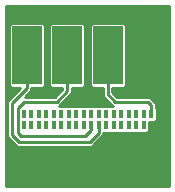
<source format=gtl>
G75*
%MOIN*%
%OFA0B0*%
%FSLAX24Y24*%
%IPPOS*%
%LPD*%
%AMOC8*
5,1,8,0,0,1.08239X$1,22.5*
%
%ADD10R,0.0150X0.0300*%
%ADD11R,0.0984X0.1969*%
%ADD12OC8,0.0650*%
%ADD13R,0.0650X0.0650*%
%ADD14C,0.0100*%
%ADD15C,0.0250*%
D10*
X000950Y002385D03*
X001200Y002385D03*
X001450Y002385D03*
X001700Y002385D03*
X001950Y002385D03*
X002200Y002385D03*
X002450Y002385D03*
X002700Y002385D03*
X002950Y002385D03*
X003200Y002385D03*
X003450Y002385D03*
X003700Y002385D03*
X003950Y002385D03*
X004200Y002385D03*
X004450Y002385D03*
X004700Y002385D03*
X004950Y002385D03*
X005200Y002385D03*
X005200Y002755D03*
X004950Y002755D03*
X004700Y002755D03*
X004450Y002755D03*
X004200Y002755D03*
X003950Y002755D03*
X003700Y002755D03*
X003450Y002755D03*
X003200Y002755D03*
X002950Y002755D03*
X002700Y002755D03*
X002450Y002755D03*
X002200Y002755D03*
X001950Y002755D03*
X001700Y002755D03*
X001450Y002755D03*
X001200Y002755D03*
X000950Y002755D03*
D11*
X001050Y004705D03*
X002400Y004705D03*
X003750Y004705D03*
X005100Y004705D03*
D12*
X004925Y005055D03*
X002225Y005055D03*
D13*
X001225Y005055D03*
X003925Y005055D03*
D14*
X000350Y006355D02*
X000350Y000355D01*
X005800Y000355D01*
X005800Y006355D01*
X000350Y006355D01*
X000350Y006312D02*
X005800Y006312D01*
X005800Y006214D02*
X000350Y006214D01*
X000350Y006115D02*
X005800Y006115D01*
X005800Y006017D02*
X000350Y006017D01*
X000350Y005918D02*
X005800Y005918D01*
X005800Y005820D02*
X000350Y005820D01*
X000350Y005721D02*
X000448Y005721D01*
X000448Y005735D02*
X000448Y003675D01*
X000512Y003611D01*
X000829Y003611D01*
X000390Y003171D01*
X000390Y001989D01*
X000484Y001895D01*
X000734Y001645D01*
X003216Y001645D01*
X003310Y001739D01*
X003610Y002039D01*
X003610Y002125D01*
X003821Y002125D01*
X003825Y002129D01*
X003829Y002125D01*
X004071Y002125D01*
X004075Y002129D01*
X004079Y002125D01*
X004321Y002125D01*
X004325Y002129D01*
X004329Y002125D01*
X004571Y002125D01*
X004575Y002129D01*
X004579Y002125D01*
X004821Y002125D01*
X004825Y002129D01*
X004829Y002125D01*
X005071Y002125D01*
X005135Y002189D01*
X005135Y002495D01*
X005321Y002495D01*
X005385Y002559D01*
X005385Y002951D01*
X005360Y002976D01*
X005360Y003121D01*
X005266Y003215D01*
X005166Y003315D01*
X004066Y003315D01*
X003910Y003471D01*
X003910Y003611D01*
X004288Y003611D01*
X004352Y003675D01*
X004352Y004677D01*
X004360Y004685D01*
X004360Y005425D01*
X004352Y005433D01*
X004352Y005735D01*
X004288Y005799D01*
X003212Y005799D01*
X003148Y005735D01*
X003148Y003675D01*
X003212Y003611D01*
X003590Y003611D01*
X003590Y003339D01*
X003840Y003089D01*
X003914Y003015D01*
X003829Y003015D01*
X003825Y003011D01*
X003821Y003015D01*
X003579Y003015D01*
X003575Y003011D01*
X003571Y003015D01*
X003329Y003015D01*
X003325Y003011D01*
X003321Y003015D01*
X003079Y003015D01*
X003075Y003011D01*
X003071Y003015D01*
X002829Y003015D01*
X002825Y003011D01*
X002821Y003015D01*
X002579Y003015D01*
X002575Y003011D01*
X002571Y003015D01*
X002329Y003015D01*
X002325Y003011D01*
X002321Y003015D01*
X002136Y003015D01*
X002466Y003345D01*
X002560Y003439D01*
X002560Y003611D01*
X002938Y003611D01*
X003002Y003675D01*
X003002Y005735D01*
X002938Y005799D01*
X001862Y005799D01*
X001798Y005735D01*
X001798Y005243D01*
X001790Y005235D01*
X001790Y004875D01*
X001798Y004867D01*
X001798Y003675D01*
X001862Y003611D01*
X002240Y003611D01*
X002240Y003571D01*
X001984Y003315D01*
X000986Y003315D01*
X001116Y003445D01*
X001210Y003539D01*
X001210Y003611D01*
X001588Y003611D01*
X001652Y003675D01*
X001652Y004677D01*
X001660Y004685D01*
X001660Y005425D01*
X001652Y005433D01*
X001652Y005735D01*
X001588Y005799D01*
X000512Y005799D01*
X000448Y005735D01*
X000448Y005623D02*
X000350Y005623D01*
X000350Y005524D02*
X000448Y005524D01*
X000448Y005426D02*
X000350Y005426D01*
X000350Y005327D02*
X000448Y005327D01*
X000448Y005229D02*
X000350Y005229D01*
X000350Y005130D02*
X000448Y005130D01*
X000448Y005032D02*
X000350Y005032D01*
X000350Y004933D02*
X000448Y004933D01*
X000448Y004835D02*
X000350Y004835D01*
X000350Y004736D02*
X000448Y004736D01*
X000448Y004638D02*
X000350Y004638D01*
X000350Y004539D02*
X000448Y004539D01*
X000448Y004441D02*
X000350Y004441D01*
X000350Y004342D02*
X000448Y004342D01*
X000448Y004244D02*
X000350Y004244D01*
X000350Y004145D02*
X000448Y004145D01*
X000448Y004047D02*
X000350Y004047D01*
X000350Y003948D02*
X000448Y003948D01*
X000448Y003850D02*
X000350Y003850D01*
X000350Y003751D02*
X000448Y003751D01*
X000471Y003653D02*
X000350Y003653D01*
X000350Y003554D02*
X000773Y003554D01*
X000674Y003456D02*
X000350Y003456D01*
X000350Y003357D02*
X000576Y003357D01*
X000477Y003259D02*
X000350Y003259D01*
X000350Y003160D02*
X000390Y003160D01*
X000390Y003062D02*
X000350Y003062D01*
X000350Y002963D02*
X000390Y002963D01*
X000390Y002865D02*
X000350Y002865D01*
X000350Y002766D02*
X000390Y002766D01*
X000390Y002668D02*
X000350Y002668D01*
X000350Y002569D02*
X000390Y002569D01*
X000390Y002471D02*
X000350Y002471D01*
X000350Y002372D02*
X000390Y002372D01*
X000390Y002274D02*
X000350Y002274D01*
X000350Y002175D02*
X000390Y002175D01*
X000390Y002077D02*
X000350Y002077D01*
X000350Y001978D02*
X000401Y001978D01*
X000350Y001880D02*
X000499Y001880D01*
X000598Y001781D02*
X000350Y001781D01*
X000350Y001683D02*
X000696Y001683D01*
X000800Y001805D02*
X000550Y002055D01*
X000550Y003105D01*
X001050Y003605D01*
X001050Y004705D01*
X001225Y004880D01*
X001225Y005055D01*
X001660Y005032D02*
X001790Y005032D01*
X001790Y005130D02*
X001660Y005130D01*
X001660Y005229D02*
X001790Y005229D01*
X001798Y005327D02*
X001660Y005327D01*
X001660Y005426D02*
X001798Y005426D01*
X001798Y005524D02*
X001652Y005524D01*
X001652Y005623D02*
X001798Y005623D01*
X001798Y005721D02*
X001652Y005721D01*
X002225Y005055D02*
X002225Y004880D01*
X002400Y004705D01*
X002400Y003505D01*
X002050Y003155D01*
X000950Y003155D01*
X000750Y002955D01*
X000750Y002105D01*
X000850Y002005D01*
X003000Y002005D01*
X003200Y002205D01*
X003200Y002385D01*
X003450Y002385D02*
X003450Y002105D01*
X003150Y001805D01*
X000800Y001805D01*
X000350Y001584D02*
X005800Y001584D01*
X005800Y001486D02*
X000350Y001486D01*
X000350Y001387D02*
X005800Y001387D01*
X005800Y001289D02*
X000350Y001289D01*
X000350Y001190D02*
X005800Y001190D01*
X005800Y001092D02*
X000350Y001092D01*
X000350Y000993D02*
X005800Y000993D01*
X005800Y000895D02*
X000350Y000895D01*
X000350Y000796D02*
X005800Y000796D01*
X005800Y000698D02*
X000350Y000698D01*
X000350Y000599D02*
X005800Y000599D01*
X005800Y000501D02*
X000350Y000501D01*
X000350Y000402D02*
X005800Y000402D01*
X005800Y001683D02*
X003254Y001683D01*
X003352Y001781D02*
X005800Y001781D01*
X005800Y001880D02*
X003451Y001880D01*
X003549Y001978D02*
X005800Y001978D01*
X005800Y002077D02*
X003610Y002077D01*
X003867Y003062D02*
X002183Y003062D01*
X002281Y003160D02*
X003769Y003160D01*
X003670Y003259D02*
X002380Y003259D01*
X002478Y003357D02*
X003590Y003357D01*
X003590Y003456D02*
X002560Y003456D01*
X002560Y003554D02*
X003590Y003554D01*
X003750Y003405D02*
X004000Y003155D01*
X005100Y003155D01*
X005200Y003055D01*
X005200Y002755D01*
X005385Y002766D02*
X005800Y002766D01*
X005800Y002865D02*
X005385Y002865D01*
X005373Y002963D02*
X005800Y002963D01*
X005800Y003062D02*
X005360Y003062D01*
X005321Y003160D02*
X005800Y003160D01*
X005800Y003259D02*
X005223Y003259D01*
X005100Y003455D02*
X005100Y004705D01*
X004925Y004880D01*
X004925Y005055D01*
X004360Y005032D02*
X005800Y005032D01*
X005800Y005130D02*
X004360Y005130D01*
X004360Y005229D02*
X005800Y005229D01*
X005800Y005327D02*
X004360Y005327D01*
X004360Y005426D02*
X005800Y005426D01*
X005800Y005524D02*
X004352Y005524D01*
X004352Y005623D02*
X005800Y005623D01*
X005800Y005721D02*
X004352Y005721D01*
X003925Y005055D02*
X003925Y004880D01*
X003750Y004705D01*
X003750Y003405D01*
X003926Y003456D02*
X005800Y003456D01*
X005800Y003357D02*
X004024Y003357D01*
X003910Y003554D02*
X005800Y003554D01*
X005800Y003653D02*
X004329Y003653D01*
X004352Y003751D02*
X005800Y003751D01*
X005800Y003850D02*
X004352Y003850D01*
X004352Y003948D02*
X005800Y003948D01*
X005800Y004047D02*
X004352Y004047D01*
X004352Y004145D02*
X005800Y004145D01*
X005800Y004244D02*
X004352Y004244D01*
X004352Y004342D02*
X005800Y004342D01*
X005800Y004441D02*
X004352Y004441D01*
X004352Y004539D02*
X005800Y004539D01*
X005800Y004638D02*
X004352Y004638D01*
X004360Y004736D02*
X005800Y004736D01*
X005800Y004835D02*
X004360Y004835D01*
X004360Y004933D02*
X005800Y004933D01*
X005800Y002668D02*
X005385Y002668D01*
X005385Y002569D02*
X005800Y002569D01*
X005800Y002471D02*
X005135Y002471D01*
X005135Y002372D02*
X005800Y002372D01*
X005800Y002274D02*
X005135Y002274D01*
X005121Y002175D02*
X005800Y002175D01*
X005500Y002305D02*
X005420Y002385D01*
X005200Y002385D01*
X003171Y003653D02*
X002979Y003653D01*
X003002Y003751D02*
X003148Y003751D01*
X003148Y003850D02*
X003002Y003850D01*
X003002Y003948D02*
X003148Y003948D01*
X003148Y004047D02*
X003002Y004047D01*
X003002Y004145D02*
X003148Y004145D01*
X003148Y004244D02*
X003002Y004244D01*
X003002Y004342D02*
X003148Y004342D01*
X003148Y004441D02*
X003002Y004441D01*
X003002Y004539D02*
X003148Y004539D01*
X003148Y004638D02*
X003002Y004638D01*
X003002Y004736D02*
X003148Y004736D01*
X003148Y004835D02*
X003002Y004835D01*
X003002Y004933D02*
X003148Y004933D01*
X003148Y005032D02*
X003002Y005032D01*
X003002Y005130D02*
X003148Y005130D01*
X003148Y005229D02*
X003002Y005229D01*
X003002Y005327D02*
X003148Y005327D01*
X003148Y005426D02*
X003002Y005426D01*
X003002Y005524D02*
X003148Y005524D01*
X003148Y005623D02*
X003002Y005623D01*
X003002Y005721D02*
X003148Y005721D01*
X001790Y004933D02*
X001660Y004933D01*
X001660Y004835D02*
X001798Y004835D01*
X001798Y004736D02*
X001660Y004736D01*
X001652Y004638D02*
X001798Y004638D01*
X001798Y004539D02*
X001652Y004539D01*
X001652Y004441D02*
X001798Y004441D01*
X001798Y004342D02*
X001652Y004342D01*
X001652Y004244D02*
X001798Y004244D01*
X001798Y004145D02*
X001652Y004145D01*
X001652Y004047D02*
X001798Y004047D01*
X001798Y003948D02*
X001652Y003948D01*
X001652Y003850D02*
X001798Y003850D01*
X001798Y003751D02*
X001652Y003751D01*
X001629Y003653D02*
X001821Y003653D01*
X002026Y003357D02*
X001028Y003357D01*
X001127Y003456D02*
X002124Y003456D01*
X002223Y003554D02*
X001210Y003554D01*
D15*
X001650Y003455D03*
X002550Y003155D03*
X003050Y003405D03*
X003600Y003105D03*
X004450Y003455D03*
X005575Y003280D03*
X005600Y002230D03*
X005600Y001605D03*
X004950Y001055D03*
X004600Y001405D03*
X003850Y001305D03*
X004150Y000555D03*
X004850Y000505D03*
X005650Y000555D03*
X003200Y000605D03*
X002900Y001255D03*
X002200Y000605D03*
X001900Y001455D03*
X001400Y000605D03*
X001100Y001405D03*
X000550Y001655D03*
X000550Y000605D03*
X000550Y003505D03*
X000600Y006105D03*
X001700Y006105D03*
X003075Y006080D03*
X004350Y006055D03*
X005650Y006105D03*
M02*

</source>
